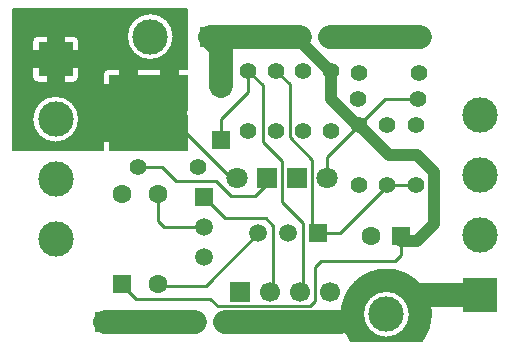
<source format=gtl>
G04 Layer: TopLayer*
G04 EasyEDA Pro v2.0.34.720dcead, 2023-10-18 14:17:13*
G04 Gerber Generator version 0.3*
G04 Scale: 100 percent, Rotated: No, Reflected: No*
G04 Dimensions in millimeters*
G04 Leading zeros omitted, absolute positions, 3 integers and 3 decimals*
%FSLAX33Y33*%
%MOMM*%
%ADD8191C,0.203*%
%ADD10C,1.555*%
%ADD11C,1.505*%
%ADD12C,1.605*%
%ADD13C,3.255*%
%ADD14R,3.0X3.0*%
%ADD15C,3.0*%
%ADD16R,3.0X3.0*%
%ADD17R,1.6X1.6*%
%ADD18C,1.6*%
%ADD19R,1.6X1.5*%
%ADD20R,3.2X3.1*%
%ADD21R,6.7X6.5*%
%ADD22R,1.7X1.7*%
%ADD23C,1.7*%
%ADD24C,1.4*%
%ADD25R,1.6X1.6*%
%ADD26R,1.5X1.5*%
%ADD27C,1.5*%
%ADD28R,1.5X1.5*%
%ADD29R,1.8X1.8*%
%ADD30C,1.8*%
%ADD31R,1.8X1.8*%
%ADD32C,2.0*%
%ADD33C,1.024*%
%ADD34C,0.254*%
G75*


G04 Copper Start*
G36*
G01X148412Y-92961D02*
G01X148412Y-95974D01*
G01X140820D01*
G01Y-84051D01*
G01X155500D01*
G01Y-89076D01*
G01X152397D01*
G01X152097D01*
G01X148897D01*
G03X148412Y-89561I0J-485D01*
G01Y-92661D01*
G01Y-92961D01*
G37*
%LPC*%
G36*
G01X152405Y-88342D02*
G03X154390Y-86357I0J1985D01*
G03X152405Y-84372I-1985J0D01*
G03X150420Y-86357I0J-1985D01*
G03X152405Y-88342I1985J0D01*
G37*
G36*
G01X142414Y-89765D02*
G03X142899Y-90250I485J0D01*
G01X145899D01*
G03X146384Y-89765I0J485D01*
G01Y-86765D01*
G03X145899Y-86280I-485J0D01*
G01X142899D01*
G03X142414Y-86765I0J-485D01*
G01Y-89765D01*
G37*
G36*
G01X142414Y-93345D02*
G03X144399Y-95330I1985J0D01*
G03X146384Y-93345I0J1985D01*
G03X144399Y-91360I-1985J0D01*
G03X142414Y-93345I0J-1985D01*
G37*
%LPD*%
G36*
G01X176187Y-109862D02*
G02X175408Y-112164I-3787J0D01*
G01X169392D01*
G02X168613Y-109862I3008J2302D01*
G02X172400Y-106075I3787J0D01*
G02X176187Y-109862I0J-3787D01*
G37*
%LPC*%
G36*
G01X172400Y-111848D02*
G03X174385Y-109862I0J1985D01*
G03X172400Y-107877I-1985J0D01*
G03X170414Y-109862I0J-1985D01*
G03X172400Y-111848I1985J0D01*
G37*
%LPD*%
G54D8191*
G01X148412Y-92961D02*
G01X148412Y-95974D01*
G01X140820D01*
G01Y-84051D01*
G01X155500D01*
G01Y-89076D01*
G01X152397D01*
G01X152097D01*
G01X148897D01*
G03X148412Y-89561I0J-485D01*
G01Y-92661D01*
G01Y-92961D01*
G01X152405Y-88342D02*
G03X154390Y-86357I0J1985D01*
G03X152405Y-84372I-1985J0D01*
G03X150420Y-86357I0J-1985D01*
G03X152405Y-88342I1985J0D01*
G01X142414Y-89765D02*
G03X142899Y-90250I485J0D01*
G01X145899D01*
G03X146384Y-89765I0J485D01*
G01Y-86765D01*
G03X145899Y-86280I-485J0D01*
G01X142899D01*
G03X142414Y-86765I0J-485D01*
G01Y-89765D01*
G01X142414Y-93345D02*
G03X144399Y-95330I1985J0D01*
G03X146384Y-93345I0J1985D01*
G03X144399Y-91360I-1985J0D01*
G03X142414Y-93345I0J-1985D01*
G01X176187Y-109862D02*
G02X175408Y-112164I-3787J0D01*
G01X169392D01*
G02X168613Y-109862I3008J2302D01*
G02X172400Y-106075I3787J0D01*
G02X176187Y-109862I0J-3787D01*
G01X172400Y-111848D02*
G03X174385Y-109862I0J1985D01*
G03X172400Y-107877I-1985J0D01*
G03X170414Y-109862I0J-1985D01*
G03X172400Y-111848I1985J0D01*
G54D10*
G01X150497Y-94511D02*
G01X148511Y-94511D01*
G54D11*
G01X144399Y-88265D02*
G01X144399Y-86379D01*
G01X144399Y-88265D02*
G01X144399Y-90151D01*
G01X144399Y-88265D02*
G01X146285Y-88265D01*
G01X144399Y-88265D02*
G01X142513Y-88265D01*
G54D12*
G01X153997Y-91111D02*
G01X153997Y-89175D01*
G54D13*
G01X152247Y-92811D02*
G01X148511Y-92811D01*
G54D10*
G01X150497Y-91111D02*
G01X148511Y-91111D01*
G54D12*
G01X150497Y-91111D02*
G01X150497Y-89175D01*
G04 Copper End*

G04 Pad Start*
G54D14*
G01X144399Y-88265D03*
G54D15*
G01X144399Y-93345D03*
G01X144399Y-98425D03*
G01X144399Y-103505D03*
G54D16*
G01X180340Y-108204D03*
G54D15*
G01X180340Y-103124D03*
G01X180340Y-98044D03*
G01X180340Y-92964D03*
G54D17*
G01X173609Y-103251D03*
G54D18*
G01X171109Y-103251D03*
G54D19*
G01X158397Y-95111D03*
G54D20*
G01X153997Y-94511D03*
G01X153997Y-91111D03*
G54D21*
G01X152247Y-92811D03*
G54D20*
G01X150497Y-94511D03*
G01X150497Y-91111D03*
G54D19*
G01X158397Y-90511D03*
G54D22*
G01X157480Y-86360D03*
G54D23*
G01X160020Y-86360D03*
G01X162560Y-86360D03*
G01X165100Y-86360D03*
G01X167640Y-86360D03*
G01X170180Y-86360D03*
G01X172720Y-86360D03*
G01X175260Y-86360D03*
G54D22*
G01X148590Y-110490D03*
G54D23*
G01X151130Y-110490D03*
G01X153670Y-110490D03*
G01X156210Y-110490D03*
G01X158750Y-110490D03*
G01X161290Y-110490D03*
G01X163830Y-110490D03*
G01X166370Y-110490D03*
G54D22*
G01X160020Y-107950D03*
G54D23*
G01X162560Y-107950D03*
G01X165100Y-107950D03*
G01X167640Y-107950D03*
G54D15*
G01X152405Y-86357D03*
G01X172400Y-109862D03*
G54D24*
G01X170053Y-93853D03*
G01X170053Y-98933D03*
G01X174879Y-98933D03*
G01X174879Y-93853D03*
G01X167690Y-89245D03*
G01X167690Y-94325D03*
G01X163093Y-89245D03*
G01X163093Y-94325D03*
G01X175120Y-91630D03*
G01X170040Y-91630D03*
G01X160705Y-89245D03*
G01X160705Y-94325D03*
G54D18*
G01X153035Y-107315D03*
G01X153035Y-99695D03*
G54D24*
G01X165379Y-94361D03*
G01X165379Y-89281D03*
G01X151384Y-97409D03*
G01X156464Y-97409D03*
G01X175133Y-89408D03*
G01X170053Y-89408D03*
G54D25*
G01X149987Y-107315D03*
G54D18*
G01X149987Y-99695D03*
G54D26*
G01X166624Y-102997D03*
G54D27*
G01X161544Y-102997D03*
G01X164084Y-102997D03*
G54D28*
G01X156972Y-99949D03*
G54D27*
G01X156972Y-105029D03*
G01X156972Y-102489D03*
G54D29*
G01X164846Y-98298D03*
G54D30*
G01X167386Y-98298D03*
G54D31*
G01X162306Y-98298D03*
G54D30*
G01X159766Y-98298D03*
G54D24*
G01X172466Y-93853D03*
G01X172466Y-98933D03*
G04 Pad End*

G04 Track Start*
G54D32*
G01X158397Y-87277D02*
G01X157480Y-86360D01*
G01X160020Y-86360D02*
G01X157480Y-86360D01*
G01X158397Y-90511D02*
G01X158397Y-87277D01*
G01X165100Y-86360D02*
G01X162560Y-86360D01*
G01X160020Y-86360D02*
G01X162560Y-86360D01*
G01X175260Y-86360D02*
G01X172720Y-86360D01*
G01X170180D01*
G01X167640D01*
G54D33*
G01X165100Y-86360D02*
G01X165100Y-86741D01*
G01X167604Y-89245D01*
G01X167690D01*
G01X176403Y-97790D02*
G01X176403Y-102235D01*
G01X175006Y-103632D01*
G01X173609D01*
G54D34*
G01X160705Y-89245D02*
G01X160705Y-91009D01*
G01X158369Y-93345D01*
G01Y-95083D01*
G01X158397Y-95111D01*
G01X161544Y-102997D02*
G01X157099Y-107442D01*
G01X153162D01*
G01X153035Y-107315D01*
G01X162814Y-107696D02*
G01X162560Y-107950D01*
G01X151202Y-108544D02*
G01X150029Y-107372D01*
G01X158110Y-109164D02*
G01X157490Y-108544D01*
G01X165962Y-109164D02*
G01X158110Y-109164D01*
G01X166353Y-108773D02*
G01X165962Y-109164D01*
G01X157490Y-108544D02*
G01X151202Y-108544D01*
G01X165354Y-107695D02*
G01X165100Y-107950D01*
G54D32*
G01X166370Y-110490D02*
G01X168482Y-110490D01*
G54D33*
G01X169244Y-110490D02*
G01X168482Y-110490D01*
G01X169244Y-108788D02*
G01X169244Y-110490D01*
G01X170852Y-107180D02*
G01X169244Y-108788D01*
G54D32*
G01X180340Y-108204D02*
G01X174717Y-108204D01*
G01X166370Y-110490D02*
G01X163830Y-110490D01*
G01X161290D01*
G01X158750D01*
G01X156210Y-110490D02*
G01X153670Y-110490D01*
G01X151130D01*
G01X148590D01*
G54D33*
G01X173947Y-107180D02*
G01X170852Y-107180D01*
G01X174717Y-108204D02*
G01X174844Y-108077D01*
G01X173947Y-107180D01*
G54D34*
G01X153035Y-99695D02*
G01X153035Y-101981D01*
G01X153543Y-102489D01*
G01X156972D01*
G01X172466Y-98933D02*
G01X175006Y-98933D01*
G01X165354Y-102108D02*
G01X165354Y-107695D01*
G01X156972Y-99949D02*
G01X158750Y-101727D01*
G01X163576Y-100330D02*
G01X165354Y-102108D01*
G01X160705Y-89245D02*
G01X161925Y-90465D01*
G01X162306Y-98806D02*
G01X162306Y-98298D01*
G54D33*
G01X169926Y-93853D02*
G01X167690Y-91617D01*
G01Y-89245D01*
G01X170053Y-93853D02*
G01X172593Y-96393D01*
G01X175006D01*
G01X176403Y-97790D01*
G54D34*
G01X154559Y-98552D02*
G01X157988Y-98552D01*
G01X151384Y-97409D02*
G01X153416Y-97409D01*
G01X154559Y-98552D01*
G01X159766Y-98298D02*
G01X159258Y-98298D01*
G01X155471Y-94511D01*
G01X153997D01*
G01X157988Y-98552D02*
G01X159258Y-99822D01*
G01X161290D01*
G01X162306Y-98806D01*
G01X161925Y-90465D02*
G01X161925Y-95250D01*
G01X163576Y-96901D01*
G01Y-100330D01*
G01X163093Y-89245D02*
G01X164211Y-90363D01*
G01Y-94895D01*
G01X166116Y-96800D01*
G01X170053Y-93853D02*
G01X167386Y-96520D01*
G01Y-98298D01*
G01X170053Y-93853D02*
G01X172276Y-91630D01*
G01X175120D01*
G01X173609Y-103632D02*
G01X173609Y-103251D01*
G01X166861Y-105385D02*
G01X166353Y-105893D01*
G01Y-108773D01*
G01X173609Y-103634D02*
G01X173609Y-104877D01*
G01X173101Y-105385D01*
G01X166861D01*
G01X172466Y-98933D02*
G01X172466Y-98981D01*
G01X166624Y-102997D02*
G01X168450Y-102997D01*
G01X172466Y-98981D01*
G01X166116Y-96800D02*
G01X166116Y-102743D01*
G01X166370Y-102997D01*
G01X166624D01*
G01X158750Y-101727D02*
G01X162179Y-101727D01*
G01X162814Y-102362D01*
G01Y-107696D01*
G04 Track End*

M02*

</source>
